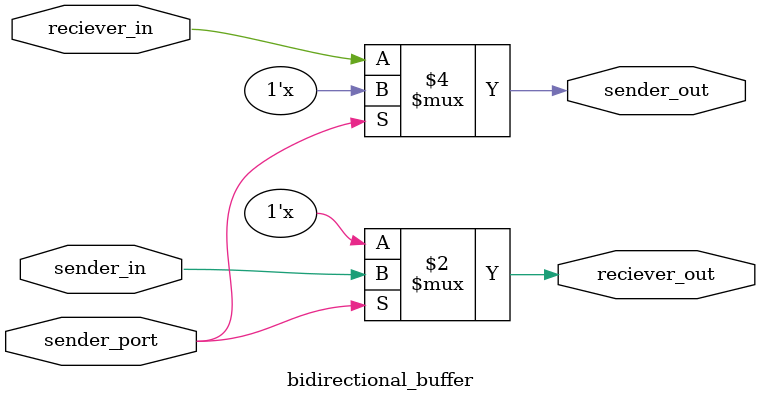
<source format=v>
`timescale 1ns / 1ps
module bidirectional_buffer(sender_port,sender_in,sender_out,reciever_in,reciever_out);

input sender_port,sender_in,reciever_in;
output reciever_out,sender_out;

assign reciever_out=(sender_port==1)?sender_in:1'bz;
assign sender_out=(sender_port==0)?reciever_in:1'bz;

endmodule

</source>
